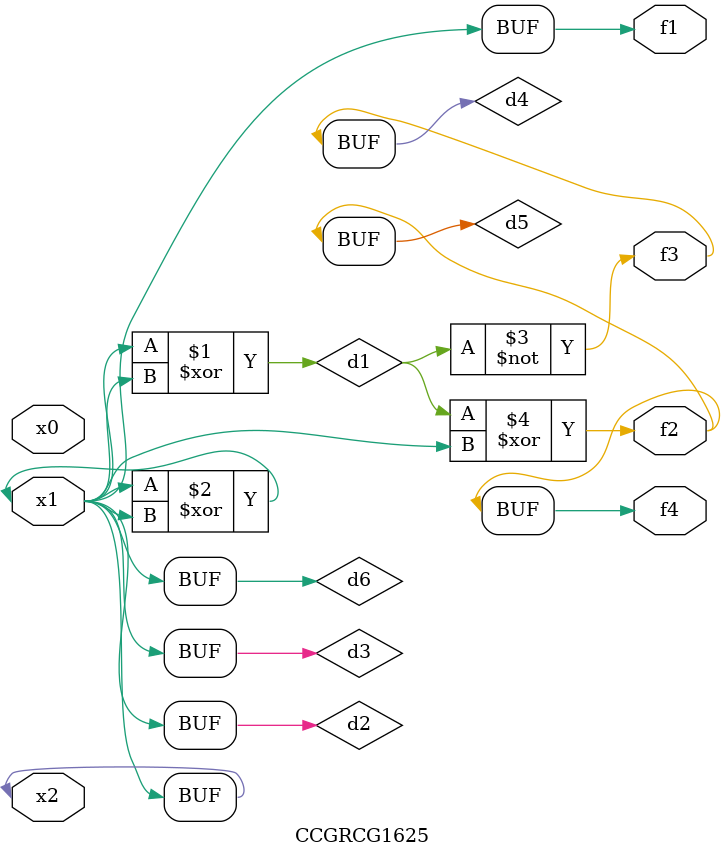
<source format=v>
module CCGRCG1625(
	input x0, x1, x2,
	output f1, f2, f3, f4
);

	wire d1, d2, d3, d4, d5, d6;

	xor (d1, x1, x2);
	buf (d2, x1, x2);
	xor (d3, x1, x2);
	nor (d4, d1);
	xor (d5, d1, d2);
	buf (d6, d2, d3);
	assign f1 = d6;
	assign f2 = d5;
	assign f3 = d4;
	assign f4 = d5;
endmodule

</source>
